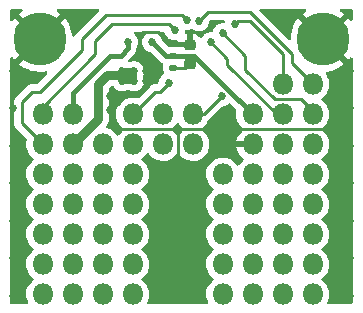
<source format=gbr>
%TF.GenerationSoftware,KiCad,Pcbnew,(6.0.0-0)*%
%TF.CreationDate,2023-03-06T17:41:45-05:00*%
%TF.ProjectId,module_dev1,6d6f6475-6c65-45f6-9465-76312e6b6963,rev?*%
%TF.SameCoordinates,Original*%
%TF.FileFunction,Copper,L1,Top*%
%TF.FilePolarity,Positive*%
%FSLAX46Y46*%
G04 Gerber Fmt 4.6, Leading zero omitted, Abs format (unit mm)*
G04 Created by KiCad (PCBNEW (6.0.0-0)) date 2023-03-06 17:41:45*
%MOMM*%
%LPD*%
G01*
G04 APERTURE LIST*
G04 Aperture macros list*
%AMRoundRect*
0 Rectangle with rounded corners*
0 $1 Rounding radius*
0 $2 $3 $4 $5 $6 $7 $8 $9 X,Y pos of 4 corners*
0 Add a 4 corners polygon primitive as box body*
4,1,4,$2,$3,$4,$5,$6,$7,$8,$9,$2,$3,0*
0 Add four circle primitives for the rounded corners*
1,1,$1+$1,$2,$3*
1,1,$1+$1,$4,$5*
1,1,$1+$1,$6,$7*
1,1,$1+$1,$8,$9*
0 Add four rect primitives between the rounded corners*
20,1,$1+$1,$2,$3,$4,$5,0*
20,1,$1+$1,$4,$5,$6,$7,0*
20,1,$1+$1,$6,$7,$8,$9,0*
20,1,$1+$1,$8,$9,$2,$3,0*%
G04 Aperture macros list end*
%TA.AperFunction,ComponentPad*%
%ADD10C,4.500000*%
%TD*%
%TA.AperFunction,ComponentPad*%
%ADD11O,1.800000X1.800000*%
%TD*%
%TA.AperFunction,SMDPad,CuDef*%
%ADD12RoundRect,0.135000X-0.185000X0.135000X-0.185000X-0.135000X0.185000X-0.135000X0.185000X0.135000X0*%
%TD*%
%TA.AperFunction,SMDPad,CuDef*%
%ADD13RoundRect,0.218750X-0.256250X0.218750X-0.256250X-0.218750X0.256250X-0.218750X0.256250X0.218750X0*%
%TD*%
%TA.AperFunction,ViaPad*%
%ADD14C,0.685800*%
%TD*%
%TA.AperFunction,Conductor*%
%ADD15C,0.254000*%
%TD*%
%TA.AperFunction,Conductor*%
%ADD16C,0.203200*%
%TD*%
%TA.AperFunction,Conductor*%
%ADD17C,0.508000*%
%TD*%
%TA.AperFunction,Conductor*%
%ADD18C,0.762000*%
%TD*%
%TA.AperFunction,Conductor*%
%ADD19C,0.381000*%
%TD*%
G04 APERTURE END LIST*
D10*
%TO.P,H1,1,1*%
%TO.N,GND*%
X95000000Y-64000000D03*
%TD*%
%TO.P,H2,1,1*%
%TO.N,GND*%
X119000000Y-64000000D03*
%TD*%
D11*
%TO.P,J11,1,Pin_1*%
%TO.N,Net-(J11-Pad1)*%
X110490000Y-75438000D03*
%TO.P,J11,2,Pin_2*%
X113030000Y-75438000D03*
%TO.P,J11,3,Pin_3*%
X115570000Y-75438000D03*
%TO.P,J11,4,Pin_4*%
X118110000Y-75438000D03*
%TD*%
%TO.P,J10,1,Pin_1*%
%TO.N,Net-(J10-Pad1)*%
X110490000Y-77978000D03*
%TO.P,J10,2,Pin_2*%
X113030000Y-77978000D03*
%TO.P,J10,3,Pin_3*%
X115570000Y-77978000D03*
%TO.P,J10,4,Pin_4*%
X118110000Y-77978000D03*
%TD*%
%TO.P,J9,1,Pin_1*%
%TO.N,Net-(J9-Pad1)*%
X110490000Y-80518000D03*
%TO.P,J9,2,Pin_2*%
X113030000Y-80518000D03*
%TO.P,J9,3,Pin_3*%
X115570000Y-80518000D03*
%TO.P,J9,4,Pin_4*%
X118110000Y-80518000D03*
%TD*%
%TO.P,J8,1,Pin_1*%
%TO.N,Net-(J8-Pad1)*%
X110490000Y-83058000D03*
%TO.P,J8,2,Pin_2*%
X113030000Y-83058000D03*
%TO.P,J8,3,Pin_3*%
X115570000Y-83058000D03*
%TO.P,J8,4,Pin_4*%
X118110000Y-83058000D03*
%TD*%
%TO.P,J7,1,Pin_1*%
%TO.N,Net-(J7-Pad1)*%
X110490000Y-85598000D03*
%TO.P,J7,2,Pin_2*%
X113030000Y-85598000D03*
%TO.P,J7,3,Pin_3*%
X115570000Y-85598000D03*
%TO.P,J7,4,Pin_4*%
X118110000Y-85598000D03*
%TD*%
%TO.P,J4,1,Pin_1*%
%TO.N,Net-(J4-Pad1)*%
X95250000Y-80518000D03*
%TO.P,J4,2,Pin_2*%
X97790000Y-80518000D03*
%TO.P,J4,3,Pin_3*%
X100330000Y-80518000D03*
%TO.P,J4,4,Pin_4*%
X102870000Y-80518000D03*
%TD*%
%TO.P,J3,1,Pin_1*%
%TO.N,Net-(J3-Pad1)*%
X95250000Y-83058000D03*
%TO.P,J3,2,Pin_2*%
X97790000Y-83058000D03*
%TO.P,J3,3,Pin_3*%
X100330000Y-83058000D03*
%TO.P,J3,4,Pin_4*%
X102870000Y-83058000D03*
%TD*%
%TO.P,J2,1,Pin_1*%
%TO.N,Net-(J2-Pad1)*%
X95250000Y-85598000D03*
%TO.P,J2,2,Pin_2*%
X97790000Y-85598000D03*
%TO.P,J2,3,Pin_3*%
X100330000Y-85598000D03*
%TO.P,J2,4,Pin_4*%
X102870000Y-85598000D03*
%TD*%
%TO.P,J5,1,Pin_1*%
%TO.N,Net-(J5-Pad1)*%
X95250000Y-77978000D03*
%TO.P,J5,2,Pin_2*%
X97790000Y-77978000D03*
%TO.P,J5,3,Pin_3*%
X100330000Y-77978000D03*
%TO.P,J5,4,Pin_4*%
X102870000Y-77978000D03*
%TD*%
%TO.P,J6,1,Pin_1*%
%TO.N,Net-(J6-Pad1)*%
X95250000Y-75438000D03*
%TO.P,J6,2,Pin_2*%
X97790000Y-75438000D03*
%TO.P,J6,3,Pin_3*%
X100330000Y-75438000D03*
%TO.P,J6,4,Pin_4*%
X102870000Y-75438000D03*
%TD*%
%TO.P,J24,1,Pin_1*%
%TO.N,/12V*%
X97790000Y-72898000D03*
%TD*%
%TO.P,J25,1,Pin_1*%
%TO.N,GND*%
X100330000Y-72898000D03*
%TD*%
%TO.P,J27,1,Pin_1*%
%TO.N,/A1*%
X95250000Y-70358000D03*
%TD*%
%TO.P,J28,1,Pin_1*%
%TO.N,/~{RST}*%
X102870000Y-70358000D03*
%TD*%
%TO.P,J29,1,Pin_1*%
%TO.N,/5V*%
X97790000Y-70358000D03*
%TD*%
%TO.P,J32,1,Pin_1*%
%TO.N,/EN*%
X102870000Y-72898000D03*
%TD*%
%TO.P,J13,1,Pin_1*%
%TO.N,/SDA*%
X115570000Y-72898000D03*
%TD*%
%TO.P,J14,1,Pin_1*%
%TO.N,/3V3*%
X113030000Y-70358000D03*
%TD*%
%TO.P,J15,1,Pin_1*%
%TO.N,GND*%
X113030000Y-72898000D03*
%TD*%
%TO.P,J16,1,Pin_1*%
%TO.N,/SCK*%
X105410000Y-70358000D03*
%TD*%
%TO.P,J18,1,Pin_1*%
%TO.N,/MISO*%
X105410000Y-72898000D03*
%TD*%
%TO.P,J19,1,Pin_1*%
%TO.N,/MOSI*%
X107950000Y-72898000D03*
%TD*%
%TO.P,J17,1,Pin_1*%
%TO.N,/CS*%
X107950000Y-70358000D03*
%TD*%
%TO.P,J22,1,Pin_1*%
%TO.N,/RX*%
X118110000Y-70358000D03*
%TD*%
%TO.P,J31,1,Pin_1*%
%TO.N,/Status*%
X118110000Y-67818000D03*
%TD*%
%TO.P,J26,1,Pin_1*%
%TO.N,/A0*%
X95250000Y-72898000D03*
%TD*%
%TO.P,J21,1,Pin_1*%
%TO.N,/TX*%
X115570000Y-70358000D03*
%TD*%
%TO.P,J30,1,Pin_1*%
%TO.N,/BAT*%
X115570000Y-67818000D03*
%TD*%
%TO.P,J12,1,Pin_1*%
%TO.N,/SCL*%
X118110000Y-72898000D03*
%TD*%
D12*
%TO.P,R1,1*%
%TO.N,/3V3*%
X106299000Y-65403000D03*
%TO.P,R1,2*%
%TO.N,Net-(R1-Pad2)*%
X106299000Y-66423000D03*
%TD*%
D13*
%TO.P,D1,1,K*%
%TO.N,GND*%
X107696000Y-64490500D03*
%TO.P,D1,2,A*%
%TO.N,Net-(R1-Pad2)*%
X107696000Y-66065500D03*
%TD*%
D14*
%TO.N,GND*%
X121285000Y-76200000D03*
X121285000Y-82550000D03*
X92710000Y-76200000D03*
X100965000Y-68834000D03*
X101600000Y-69342000D03*
X92710000Y-69850000D03*
X121285000Y-73025000D03*
X104013000Y-65786000D03*
X104013000Y-67564000D03*
X121285000Y-85725000D03*
X92710000Y-73025000D03*
X121285000Y-66675000D03*
X92710000Y-66675000D03*
X121285000Y-69850000D03*
X92710000Y-85725000D03*
X121285000Y-79375000D03*
X100965000Y-69977000D03*
X92710000Y-79375000D03*
X92710000Y-82550000D03*
X104013000Y-66675000D03*
%TO.N,/12V*%
X101999500Y-66720000D03*
X101981000Y-67564000D03*
X102996500Y-66720000D03*
X102997000Y-67564000D03*
%TO.N,/3V3*%
X104521000Y-64262000D03*
%TO.N,/~{RST}*%
X105918000Y-67691000D03*
%TO.N,/CS*%
X110399600Y-68834000D03*
%TO.N,/5V*%
X102489000Y-64262000D03*
%TO.N,/TX*%
X109474000Y-64262000D03*
%TO.N,/RX*%
X110490000Y-63500000D03*
%TO.N,/Status*%
X108458000Y-62484000D03*
%TO.N,/A0*%
X107442000Y-62357000D03*
%TO.N,/A1*%
X106426000Y-63246000D03*
%TO.N,/BAT*%
X111506000Y-62738000D03*
%TD*%
D15*
%TO.N,GND*%
X106680000Y-71882000D02*
X106426000Y-71628000D01*
X110998000Y-71628000D02*
X120269000Y-71628000D01*
X105029000Y-63373000D02*
X103759000Y-63373000D01*
X106426000Y-71628000D02*
X105918000Y-71628000D01*
X107696000Y-64490500D02*
X106146500Y-64490500D01*
X110744000Y-71628000D02*
X110998000Y-71628000D01*
X101600000Y-71628000D02*
X101346000Y-71374000D01*
X105918000Y-64262000D02*
X105029000Y-63373000D01*
X105918000Y-71628000D02*
X110998000Y-71628000D01*
X106146500Y-64490500D02*
X105918000Y-64262000D01*
X103759000Y-63373000D02*
X103505000Y-63627000D01*
X105918000Y-71628000D02*
X101600000Y-71628000D01*
D16*
X117500000Y-62500000D02*
X119000000Y-64000000D01*
D15*
X106680000Y-74549000D02*
X106680000Y-71882000D01*
D17*
%TO.N,/12V*%
X101999500Y-67545500D02*
X101981000Y-67564000D01*
X101999500Y-66720000D02*
X101999500Y-67545500D01*
X102843500Y-67564000D02*
X101999500Y-66720000D01*
X102997000Y-66720500D02*
X102996500Y-66720000D01*
D18*
X102489000Y-67056000D02*
X100711000Y-67056000D01*
X97790000Y-72898000D02*
X99949000Y-70739000D01*
D17*
X102997000Y-67564000D02*
X101981000Y-67564000D01*
X102489000Y-67056000D02*
X101981000Y-67564000D01*
X102996500Y-66720000D02*
X101999500Y-66720000D01*
D18*
X99949000Y-67818000D02*
X99949000Y-70739000D01*
X100711000Y-67056000D02*
X99949000Y-67818000D01*
D17*
X102997000Y-67564000D02*
X102997000Y-66720500D01*
X102825000Y-66720000D02*
X102489000Y-67056000D01*
X102996500Y-66720000D02*
X102825000Y-66720000D01*
X102997000Y-67564000D02*
X102843500Y-67564000D01*
D19*
%TO.N,/3V3*%
X105664000Y-65405000D02*
X108077000Y-65405000D01*
X108077000Y-65405000D02*
X110617000Y-67945000D01*
X104521000Y-64262000D02*
X105664000Y-65405000D01*
X110617000Y-67945000D02*
X113030000Y-70358000D01*
D15*
%TO.N,/~{RST}*%
X102870000Y-70358000D02*
X104775000Y-68453000D01*
X104775000Y-68453000D02*
X105156000Y-68453000D01*
X105156000Y-68453000D02*
X105918000Y-67691000D01*
%TO.N,/CS*%
X108875600Y-70358000D02*
X107950000Y-70358000D01*
X110399600Y-68834000D02*
X108875600Y-70358000D01*
D19*
%TO.N,/5V*%
X102489000Y-64770000D02*
X101854000Y-65405000D01*
X102489000Y-64262000D02*
X102489000Y-64770000D01*
X97790000Y-68580000D02*
X100965000Y-65405000D01*
X97790000Y-70358000D02*
X97790000Y-68580000D01*
X101854000Y-65405000D02*
X100965000Y-65405000D01*
D15*
%TO.N,/TX*%
X115570000Y-70358000D02*
X115062000Y-70358000D01*
X110871000Y-65659000D02*
X109474000Y-64262000D01*
X110871000Y-66167000D02*
X110871000Y-65659000D01*
X115062000Y-70358000D02*
X110871000Y-66167000D01*
%TO.N,/RX*%
X114900080Y-69088000D02*
X112395000Y-66582920D01*
X117094000Y-69088000D02*
X118110000Y-70104000D01*
X116955999Y-69088000D02*
X116967000Y-69088000D01*
X112395000Y-66582920D02*
X112395000Y-65405000D01*
X112395000Y-65405000D02*
X110490000Y-63500000D01*
X118110000Y-70104000D02*
X118110000Y-70358000D01*
X116955999Y-69088000D02*
X114900080Y-69088000D01*
X116955999Y-69088000D02*
X117094000Y-69088000D01*
%TO.N,/Status*%
X109220000Y-61722000D02*
X112776000Y-61722000D01*
X108458000Y-62484000D02*
X109220000Y-61722000D01*
X112776000Y-61722000D02*
X116332000Y-65278000D01*
X116332000Y-65278000D02*
X116332000Y-66040000D01*
X116332000Y-66040000D02*
X118110000Y-67818000D01*
%TO.N,/A0*%
X107442000Y-62357000D02*
X107061000Y-61976000D01*
X93472000Y-71120000D02*
X95250000Y-72898000D01*
X107061000Y-61976000D02*
X100584000Y-61976000D01*
X94361000Y-68453000D02*
X93472000Y-69342000D01*
X100584000Y-61976000D02*
X98552000Y-64008000D01*
X98552000Y-64897000D02*
X94996000Y-68453000D01*
X94996000Y-68453000D02*
X94361000Y-68453000D01*
X93472000Y-69342000D02*
X93472000Y-71120000D01*
X98552000Y-64008000D02*
X98552000Y-64897000D01*
%TO.N,/A1*%
X99695000Y-64135000D02*
X99695000Y-65278000D01*
X106426000Y-63246000D02*
X105918000Y-62738000D01*
X101092000Y-62738000D02*
X99695000Y-64135000D01*
X99695000Y-65278000D02*
X95250000Y-69723000D01*
X95250000Y-69723000D02*
X95250000Y-70358000D01*
X105918000Y-62738000D02*
X101092000Y-62738000D01*
%TO.N,/BAT*%
X111760000Y-62484000D02*
X112776000Y-62484000D01*
X115570000Y-65278000D02*
X112776000Y-62484000D01*
X111506000Y-62738000D02*
X111760000Y-62484000D01*
X115570000Y-67818000D02*
X115570000Y-65278000D01*
%TO.N,Net-(R1-Pad2)*%
X106299000Y-66423000D02*
X107338500Y-66423000D01*
X107338500Y-66423000D02*
X107696000Y-66065500D01*
%TD*%
%TA.AperFunction,Conductor*%
%TO.N,GND*%
G36*
X117508556Y-61466002D02*
G01*
X117555049Y-61519658D01*
X117565153Y-61589932D01*
X117535659Y-61654512D01*
X117504858Y-61680285D01*
X117450196Y-61712805D01*
X117443945Y-61717053D01*
X117250733Y-61866115D01*
X117242267Y-61877773D01*
X117248871Y-61889661D01*
X118987188Y-63627978D01*
X119001132Y-63635592D01*
X119002965Y-63635461D01*
X119009580Y-63631210D01*
X120750162Y-61890628D01*
X120757174Y-61877787D01*
X120749379Y-61867098D01*
X120579886Y-61733481D01*
X120573663Y-61729156D01*
X120492326Y-61679605D01*
X120444557Y-61627082D01*
X120432767Y-61557071D01*
X120460699Y-61491800D01*
X120519485Y-61451992D01*
X120557879Y-61446000D01*
X121361000Y-61446000D01*
X121429121Y-61466002D01*
X121475614Y-61519658D01*
X121487000Y-61572000D01*
X121487000Y-62337698D01*
X121466998Y-62405819D01*
X121413342Y-62452312D01*
X121343068Y-62462416D01*
X121278488Y-62432922D01*
X121261643Y-62415184D01*
X121133617Y-62251022D01*
X121121823Y-62242551D01*
X121110113Y-62249097D01*
X119372022Y-63987188D01*
X119364408Y-64001132D01*
X119364539Y-64002965D01*
X119368790Y-64009580D01*
X121108825Y-65749615D01*
X121121948Y-65756781D01*
X121132250Y-65749391D01*
X121241429Y-65615285D01*
X121245838Y-65609149D01*
X121254437Y-65595520D01*
X121307703Y-65548581D01*
X121377891Y-65537891D01*
X121442715Y-65566844D01*
X121481596Y-65626248D01*
X121487000Y-65662754D01*
X121487000Y-86304000D01*
X121466998Y-86372121D01*
X121413342Y-86418614D01*
X121361000Y-86430000D01*
X119472838Y-86430000D01*
X119404717Y-86409998D01*
X119358224Y-86356342D01*
X119348120Y-86286068D01*
X119359881Y-86248173D01*
X119366275Y-86235237D01*
X119424078Y-86118280D01*
X119491408Y-85896671D01*
X119521640Y-85667041D01*
X119523327Y-85598000D01*
X119517032Y-85521434D01*
X119504773Y-85372318D01*
X119504772Y-85372312D01*
X119504349Y-85367167D01*
X119447925Y-85142533D01*
X119445866Y-85137797D01*
X119357630Y-84934868D01*
X119357628Y-84934865D01*
X119355570Y-84930131D01*
X119229764Y-84735665D01*
X119073887Y-84564358D01*
X119069836Y-84561159D01*
X119069832Y-84561155D01*
X118897077Y-84424722D01*
X118856014Y-84366805D01*
X118852782Y-84295882D01*
X118888407Y-84234470D01*
X118902001Y-84223261D01*
X118905872Y-84220500D01*
X119022243Y-84137494D01*
X119186303Y-83974005D01*
X119321458Y-83785917D01*
X119368641Y-83690450D01*
X119421784Y-83582922D01*
X119421785Y-83582920D01*
X119424078Y-83578280D01*
X119491408Y-83356671D01*
X119521640Y-83127041D01*
X119523327Y-83058000D01*
X119517032Y-82981434D01*
X119504773Y-82832318D01*
X119504772Y-82832312D01*
X119504349Y-82827167D01*
X119447925Y-82602533D01*
X119445866Y-82597797D01*
X119357630Y-82394868D01*
X119357628Y-82394865D01*
X119355570Y-82390131D01*
X119229764Y-82195665D01*
X119073887Y-82024358D01*
X119069836Y-82021159D01*
X119069832Y-82021155D01*
X118897077Y-81884722D01*
X118856014Y-81826805D01*
X118852782Y-81755882D01*
X118888407Y-81694470D01*
X118902001Y-81683261D01*
X118905872Y-81680500D01*
X119022243Y-81597494D01*
X119186303Y-81434005D01*
X119321458Y-81245917D01*
X119368641Y-81150450D01*
X119421784Y-81042922D01*
X119421785Y-81042920D01*
X119424078Y-81038280D01*
X119491408Y-80816671D01*
X119521640Y-80587041D01*
X119523327Y-80518000D01*
X119517032Y-80441434D01*
X119504773Y-80292318D01*
X119504772Y-80292312D01*
X119504349Y-80287167D01*
X119447925Y-80062533D01*
X119445866Y-80057797D01*
X119357630Y-79854868D01*
X119357628Y-79854865D01*
X119355570Y-79850131D01*
X119229764Y-79655665D01*
X119073887Y-79484358D01*
X119069836Y-79481159D01*
X119069832Y-79481155D01*
X118897077Y-79344722D01*
X118856014Y-79286805D01*
X118852782Y-79215882D01*
X118888407Y-79154470D01*
X118902001Y-79143261D01*
X118905872Y-79140500D01*
X119022243Y-79057494D01*
X119186303Y-78894005D01*
X119321458Y-78705917D01*
X119368641Y-78610450D01*
X119421784Y-78502922D01*
X119421785Y-78502920D01*
X119424078Y-78498280D01*
X119491408Y-78276671D01*
X119521640Y-78047041D01*
X119523327Y-77978000D01*
X119517032Y-77901434D01*
X119504773Y-77752318D01*
X119504772Y-77752312D01*
X119504349Y-77747167D01*
X119447925Y-77522533D01*
X119445866Y-77517797D01*
X119357630Y-77314868D01*
X119357628Y-77314865D01*
X119355570Y-77310131D01*
X119229764Y-77115665D01*
X119073887Y-76944358D01*
X119069836Y-76941159D01*
X119069832Y-76941155D01*
X118897077Y-76804722D01*
X118856014Y-76746805D01*
X118852782Y-76675882D01*
X118888407Y-76614470D01*
X118902001Y-76603261D01*
X118905872Y-76600500D01*
X119022243Y-76517494D01*
X119186303Y-76354005D01*
X119321458Y-76165917D01*
X119368641Y-76070450D01*
X119421784Y-75962922D01*
X119421785Y-75962920D01*
X119424078Y-75958280D01*
X119491408Y-75736671D01*
X119521640Y-75507041D01*
X119523327Y-75438000D01*
X119517032Y-75361434D01*
X119504773Y-75212318D01*
X119504772Y-75212312D01*
X119504349Y-75207167D01*
X119447925Y-74982533D01*
X119445866Y-74977797D01*
X119357630Y-74774868D01*
X119357628Y-74774865D01*
X119355570Y-74770131D01*
X119229764Y-74575665D01*
X119073887Y-74404358D01*
X119069836Y-74401159D01*
X119069832Y-74401155D01*
X118897077Y-74264722D01*
X118856014Y-74206805D01*
X118852782Y-74135882D01*
X118888407Y-74074470D01*
X118902001Y-74063261D01*
X118902157Y-74063150D01*
X119022243Y-73977494D01*
X119186303Y-73814005D01*
X119321458Y-73625917D01*
X119368641Y-73530450D01*
X119421784Y-73422922D01*
X119421785Y-73422920D01*
X119424078Y-73418280D01*
X119491408Y-73196671D01*
X119521640Y-72967041D01*
X119523327Y-72898000D01*
X119517032Y-72821434D01*
X119504773Y-72672318D01*
X119504772Y-72672312D01*
X119504349Y-72667167D01*
X119469403Y-72528039D01*
X119449184Y-72447544D01*
X119449183Y-72447540D01*
X119447925Y-72442533D01*
X119431805Y-72405459D01*
X119357630Y-72234868D01*
X119357628Y-72234865D01*
X119355570Y-72230131D01*
X119229764Y-72035665D01*
X119073887Y-71864358D01*
X119069836Y-71861159D01*
X119069832Y-71861155D01*
X118897077Y-71724722D01*
X118856014Y-71666805D01*
X118852782Y-71595882D01*
X118888407Y-71534470D01*
X118902001Y-71523261D01*
X119022243Y-71437494D01*
X119186303Y-71274005D01*
X119204076Y-71249272D01*
X119261099Y-71169915D01*
X119321458Y-71085917D01*
X119337654Y-71053148D01*
X119421784Y-70882922D01*
X119421785Y-70882920D01*
X119424078Y-70878280D01*
X119491408Y-70656671D01*
X119521640Y-70427041D01*
X119523327Y-70358000D01*
X119517032Y-70281434D01*
X119504773Y-70132318D01*
X119504772Y-70132312D01*
X119504349Y-70127167D01*
X119447925Y-69902533D01*
X119445866Y-69897797D01*
X119357630Y-69694868D01*
X119357628Y-69694865D01*
X119355570Y-69690131D01*
X119229764Y-69495665D01*
X119204949Y-69468393D01*
X119119818Y-69374836D01*
X119073887Y-69324358D01*
X119069836Y-69321159D01*
X119069832Y-69321155D01*
X118897077Y-69184722D01*
X118856014Y-69126805D01*
X118852782Y-69055882D01*
X118888407Y-68994470D01*
X118902001Y-68983261D01*
X118918149Y-68971743D01*
X119022243Y-68897494D01*
X119186303Y-68734005D01*
X119321458Y-68545917D01*
X119323875Y-68541028D01*
X119421784Y-68342922D01*
X119421785Y-68342920D01*
X119424078Y-68338280D01*
X119491408Y-68116671D01*
X119521640Y-67887041D01*
X119522081Y-67868991D01*
X119523245Y-67821365D01*
X119523245Y-67821361D01*
X119523327Y-67818000D01*
X119516538Y-67735427D01*
X119504773Y-67592318D01*
X119504772Y-67592312D01*
X119504349Y-67587167D01*
X119452245Y-67379730D01*
X119449184Y-67367544D01*
X119449183Y-67367540D01*
X119447925Y-67362533D01*
X119445734Y-67357494D01*
X119357630Y-67154868D01*
X119357628Y-67154865D01*
X119355570Y-67150131D01*
X119229764Y-66955665D01*
X119226282Y-66951838D01*
X119223129Y-66947744D01*
X119224899Y-66946381D01*
X119197983Y-66890964D01*
X119206414Y-66820470D01*
X119251620Y-66765725D01*
X119301551Y-66745785D01*
X119613115Y-66693926D01*
X119620479Y-66692240D01*
X119932315Y-66600757D01*
X119939424Y-66598198D01*
X120238003Y-66469919D01*
X120244770Y-66466515D01*
X120525764Y-66303301D01*
X120532071Y-66299111D01*
X120750005Y-66134588D01*
X120758461Y-66123197D01*
X120751743Y-66110953D01*
X116890864Y-62250074D01*
X116877929Y-62243011D01*
X116867367Y-62250671D01*
X116741785Y-62408268D01*
X116737428Y-62414467D01*
X116566913Y-62691094D01*
X116563333Y-62697770D01*
X116427287Y-62992878D01*
X116424537Y-62999929D01*
X116324927Y-63309251D01*
X116323044Y-63316584D01*
X116261316Y-63635632D01*
X116260329Y-63643132D01*
X116237378Y-63967277D01*
X116237259Y-63978652D01*
X116236208Y-63978641D01*
X116220682Y-64043261D01*
X116169407Y-64092367D01*
X116099723Y-64105957D01*
X116033754Y-64079715D01*
X116022329Y-64069596D01*
X113613828Y-61661095D01*
X113579802Y-61598783D01*
X113584867Y-61527968D01*
X113627414Y-61471132D01*
X113693934Y-61446321D01*
X113702923Y-61446000D01*
X117440435Y-61446000D01*
X117508556Y-61466002D01*
G37*
%TD.AperFunction*%
%TA.AperFunction,Conductor*%
G36*
X111112910Y-69441897D02*
G01*
X111151858Y-69468393D01*
X111619042Y-69935577D01*
X111653068Y-69997889D01*
X111651365Y-70058342D01*
X111641707Y-70093169D01*
X111617095Y-70323469D01*
X111617392Y-70328622D01*
X111617392Y-70328625D01*
X111623067Y-70427041D01*
X111630427Y-70554697D01*
X111631564Y-70559743D01*
X111631565Y-70559749D01*
X111656185Y-70668993D01*
X111681346Y-70780642D01*
X111683288Y-70785424D01*
X111683289Y-70785428D01*
X111739946Y-70924956D01*
X111768484Y-70995237D01*
X111889501Y-71192719D01*
X112041147Y-71367784D01*
X112219349Y-71515730D01*
X112223816Y-71518340D01*
X112227974Y-71520770D01*
X112276698Y-71572408D01*
X112289769Y-71642191D01*
X112263038Y-71707963D01*
X112240057Y-71730318D01*
X112096123Y-71838386D01*
X112088416Y-71845229D01*
X111935600Y-72005143D01*
X111929113Y-72013153D01*
X111804474Y-72195867D01*
X111799376Y-72204841D01*
X111706252Y-72405459D01*
X111702689Y-72415146D01*
X111643581Y-72628279D01*
X111643484Y-72628788D01*
X111645625Y-72640609D01*
X111658001Y-72644000D01*
X113158000Y-72644000D01*
X113226121Y-72664002D01*
X113272614Y-72717658D01*
X113284000Y-72770000D01*
X113284000Y-73026000D01*
X113263998Y-73094121D01*
X113210342Y-73140614D01*
X113158000Y-73152000D01*
X111661968Y-73152000D01*
X111648437Y-73155973D01*
X111647000Y-73165966D01*
X111680685Y-73315439D01*
X111683773Y-73325292D01*
X111766989Y-73530226D01*
X111771629Y-73539413D01*
X111887208Y-73728022D01*
X111893286Y-73736326D01*
X112038113Y-73903519D01*
X112045475Y-73910728D01*
X112215660Y-74052018D01*
X112224099Y-74057927D01*
X112227936Y-74060169D01*
X112276662Y-74111805D01*
X112289736Y-74181587D01*
X112263007Y-74247360D01*
X112240023Y-74269719D01*
X112227721Y-74278956D01*
X112091655Y-74381117D01*
X111931639Y-74548564D01*
X111864306Y-74647271D01*
X111809397Y-74692271D01*
X111738872Y-74700442D01*
X111675125Y-74669188D01*
X111654428Y-74644705D01*
X111612571Y-74580004D01*
X111609764Y-74575665D01*
X111453887Y-74404358D01*
X111449836Y-74401159D01*
X111449832Y-74401155D01*
X111276177Y-74264011D01*
X111276172Y-74264008D01*
X111272123Y-74260810D01*
X111267607Y-74258317D01*
X111267604Y-74258315D01*
X111073879Y-74151373D01*
X111073875Y-74151371D01*
X111069355Y-74148876D01*
X111064486Y-74147152D01*
X111064482Y-74147150D01*
X110855903Y-74073288D01*
X110855899Y-74073287D01*
X110851028Y-74071562D01*
X110845935Y-74070655D01*
X110845932Y-74070654D01*
X110628095Y-74031851D01*
X110628089Y-74031850D01*
X110623006Y-74030945D01*
X110550096Y-74030054D01*
X110396581Y-74028179D01*
X110396579Y-74028179D01*
X110391411Y-74028116D01*
X110162464Y-74063150D01*
X109942314Y-74135106D01*
X109937726Y-74137494D01*
X109937722Y-74137496D01*
X109741461Y-74239663D01*
X109736872Y-74242052D01*
X109732739Y-74245155D01*
X109732736Y-74245157D01*
X109657596Y-74301574D01*
X109551655Y-74381117D01*
X109391639Y-74548564D01*
X109388730Y-74552829D01*
X109388724Y-74552837D01*
X109373152Y-74575665D01*
X109261119Y-74739899D01*
X109163602Y-74949981D01*
X109101707Y-75173169D01*
X109077095Y-75403469D01*
X109077392Y-75408622D01*
X109077392Y-75408625D01*
X109083067Y-75507041D01*
X109090427Y-75634697D01*
X109091564Y-75639743D01*
X109091565Y-75639749D01*
X109123741Y-75782523D01*
X109141346Y-75860642D01*
X109143288Y-75865424D01*
X109143289Y-75865428D01*
X109218467Y-76050568D01*
X109228484Y-76075237D01*
X109349501Y-76272719D01*
X109501147Y-76447784D01*
X109679349Y-76595730D01*
X109683819Y-76598342D01*
X109687511Y-76600500D01*
X109736232Y-76652140D01*
X109749301Y-76721924D01*
X109722566Y-76787694D01*
X109699589Y-76810045D01*
X109551655Y-76921117D01*
X109391639Y-77088564D01*
X109388730Y-77092829D01*
X109388724Y-77092837D01*
X109373152Y-77115665D01*
X109261119Y-77279899D01*
X109163602Y-77489981D01*
X109101707Y-77713169D01*
X109077095Y-77943469D01*
X109077392Y-77948622D01*
X109077392Y-77948625D01*
X109083067Y-78047041D01*
X109090427Y-78174697D01*
X109091564Y-78179743D01*
X109091565Y-78179749D01*
X109123741Y-78322523D01*
X109141346Y-78400642D01*
X109143288Y-78405424D01*
X109143289Y-78405428D01*
X109218467Y-78590568D01*
X109228484Y-78615237D01*
X109349501Y-78812719D01*
X109501147Y-78987784D01*
X109679349Y-79135730D01*
X109683819Y-79138342D01*
X109687511Y-79140500D01*
X109736232Y-79192140D01*
X109749301Y-79261924D01*
X109722566Y-79327694D01*
X109699589Y-79350045D01*
X109551655Y-79461117D01*
X109391639Y-79628564D01*
X109388730Y-79632829D01*
X109388724Y-79632837D01*
X109373152Y-79655665D01*
X109261119Y-79819899D01*
X109163602Y-80029981D01*
X109101707Y-80253169D01*
X109077095Y-80483469D01*
X109077392Y-80488622D01*
X109077392Y-80488625D01*
X109083067Y-80587041D01*
X109090427Y-80714697D01*
X109091564Y-80719743D01*
X109091565Y-80719749D01*
X109123741Y-80862523D01*
X109141346Y-80940642D01*
X109143288Y-80945424D01*
X109143289Y-80945428D01*
X109218467Y-81130568D01*
X109228484Y-81155237D01*
X109349501Y-81352719D01*
X109501147Y-81527784D01*
X109679349Y-81675730D01*
X109683819Y-81678342D01*
X109687511Y-81680500D01*
X109736232Y-81732140D01*
X109749301Y-81801924D01*
X109722566Y-81867694D01*
X109699589Y-81890045D01*
X109551655Y-82001117D01*
X109391639Y-82168564D01*
X109388730Y-82172829D01*
X109388724Y-82172837D01*
X109373152Y-82195665D01*
X109261119Y-82359899D01*
X109163602Y-82569981D01*
X109101707Y-82793169D01*
X109077095Y-83023469D01*
X109077392Y-83028622D01*
X109077392Y-83028625D01*
X109083067Y-83127041D01*
X109090427Y-83254697D01*
X109091564Y-83259743D01*
X109091565Y-83259749D01*
X109123741Y-83402523D01*
X109141346Y-83480642D01*
X109143288Y-83485424D01*
X109143289Y-83485428D01*
X109218467Y-83670568D01*
X109228484Y-83695237D01*
X109349501Y-83892719D01*
X109501147Y-84067784D01*
X109679349Y-84215730D01*
X109683819Y-84218342D01*
X109687511Y-84220500D01*
X109736232Y-84272140D01*
X109749301Y-84341924D01*
X109722566Y-84407694D01*
X109699589Y-84430045D01*
X109551655Y-84541117D01*
X109391639Y-84708564D01*
X109388730Y-84712829D01*
X109388724Y-84712837D01*
X109373152Y-84735665D01*
X109261119Y-84899899D01*
X109163602Y-85109981D01*
X109101707Y-85333169D01*
X109077095Y-85563469D01*
X109077392Y-85568622D01*
X109077392Y-85568625D01*
X109083067Y-85667041D01*
X109090427Y-85794697D01*
X109091564Y-85799743D01*
X109091565Y-85799749D01*
X109123741Y-85942523D01*
X109141346Y-86020642D01*
X109143288Y-86025424D01*
X109143289Y-86025428D01*
X109218467Y-86210568D01*
X109228484Y-86235237D01*
X109231183Y-86239641D01*
X109233517Y-86244262D01*
X109232120Y-86244968D01*
X109248816Y-86306707D01*
X109227355Y-86374383D01*
X109172712Y-86419712D01*
X109122845Y-86430000D01*
X104232838Y-86430000D01*
X104164717Y-86409998D01*
X104118224Y-86356342D01*
X104108120Y-86286068D01*
X104119881Y-86248173D01*
X104126275Y-86235237D01*
X104184078Y-86118280D01*
X104251408Y-85896671D01*
X104281640Y-85667041D01*
X104283327Y-85598000D01*
X104277032Y-85521434D01*
X104264773Y-85372318D01*
X104264772Y-85372312D01*
X104264349Y-85367167D01*
X104207925Y-85142533D01*
X104205866Y-85137797D01*
X104117630Y-84934868D01*
X104117628Y-84934865D01*
X104115570Y-84930131D01*
X103989764Y-84735665D01*
X103833887Y-84564358D01*
X103829836Y-84561159D01*
X103829832Y-84561155D01*
X103657077Y-84424722D01*
X103616014Y-84366805D01*
X103612782Y-84295882D01*
X103648407Y-84234470D01*
X103662001Y-84223261D01*
X103665872Y-84220500D01*
X103782243Y-84137494D01*
X103946303Y-83974005D01*
X104081458Y-83785917D01*
X104128641Y-83690450D01*
X104181784Y-83582922D01*
X104181785Y-83582920D01*
X104184078Y-83578280D01*
X104251408Y-83356671D01*
X104281640Y-83127041D01*
X104283327Y-83058000D01*
X104277032Y-82981434D01*
X104264773Y-82832318D01*
X104264772Y-82832312D01*
X104264349Y-82827167D01*
X104207925Y-82602533D01*
X104205866Y-82597797D01*
X104117630Y-82394868D01*
X104117628Y-82394865D01*
X104115570Y-82390131D01*
X103989764Y-82195665D01*
X103833887Y-82024358D01*
X103829836Y-82021159D01*
X103829832Y-82021155D01*
X103657077Y-81884722D01*
X103616014Y-81826805D01*
X103612782Y-81755882D01*
X103648407Y-81694470D01*
X103662001Y-81683261D01*
X103665872Y-81680500D01*
X103782243Y-81597494D01*
X103946303Y-81434005D01*
X104081458Y-81245917D01*
X104128641Y-81150450D01*
X104181784Y-81042922D01*
X104181785Y-81042920D01*
X104184078Y-81038280D01*
X104251408Y-80816671D01*
X104281640Y-80587041D01*
X104283327Y-80518000D01*
X104277032Y-80441434D01*
X104264773Y-80292318D01*
X104264772Y-80292312D01*
X104264349Y-80287167D01*
X104207925Y-80062533D01*
X104205866Y-80057797D01*
X104117630Y-79854868D01*
X104117628Y-79854865D01*
X104115570Y-79850131D01*
X103989764Y-79655665D01*
X103833887Y-79484358D01*
X103829836Y-79481159D01*
X103829832Y-79481155D01*
X103657077Y-79344722D01*
X103616014Y-79286805D01*
X103612782Y-79215882D01*
X103648407Y-79154470D01*
X103662001Y-79143261D01*
X103665872Y-79140500D01*
X103782243Y-79057494D01*
X103946303Y-78894005D01*
X104081458Y-78705917D01*
X104128641Y-78610450D01*
X104181784Y-78502922D01*
X104181785Y-78502920D01*
X104184078Y-78498280D01*
X104251408Y-78276671D01*
X104281640Y-78047041D01*
X104283327Y-77978000D01*
X104277032Y-77901434D01*
X104264773Y-77752318D01*
X104264772Y-77752312D01*
X104264349Y-77747167D01*
X104207925Y-77522533D01*
X104205866Y-77517797D01*
X104117630Y-77314868D01*
X104117628Y-77314865D01*
X104115570Y-77310131D01*
X103989764Y-77115665D01*
X103833887Y-76944358D01*
X103829836Y-76941159D01*
X103829832Y-76941155D01*
X103657077Y-76804722D01*
X103616014Y-76746805D01*
X103612782Y-76675882D01*
X103648407Y-76614470D01*
X103662001Y-76603261D01*
X103665872Y-76600500D01*
X103782243Y-76517494D01*
X103946303Y-76354005D01*
X104081458Y-76165917D01*
X104128641Y-76070450D01*
X104181784Y-75962922D01*
X104181785Y-75962920D01*
X104184078Y-75958280D01*
X104251408Y-75736671D01*
X104281640Y-75507041D01*
X104283327Y-75438000D01*
X104277032Y-75361434D01*
X104264773Y-75212318D01*
X104264772Y-75212312D01*
X104264349Y-75207167D01*
X104207925Y-74982533D01*
X104205866Y-74977797D01*
X104117630Y-74774868D01*
X104117628Y-74774865D01*
X104115570Y-74770131D01*
X103989764Y-74575665D01*
X103833887Y-74404358D01*
X103829836Y-74401159D01*
X103829832Y-74401155D01*
X103657077Y-74264722D01*
X103616014Y-74206805D01*
X103612782Y-74135882D01*
X103648407Y-74074470D01*
X103662001Y-74063261D01*
X103662157Y-74063150D01*
X103782243Y-73977494D01*
X103946303Y-73814005D01*
X103949319Y-73809808D01*
X103949326Y-73809800D01*
X104036960Y-73687844D01*
X104092954Y-73644196D01*
X104163658Y-73637750D01*
X104226622Y-73670553D01*
X104246715Y-73695536D01*
X104266800Y-73728313D01*
X104266804Y-73728318D01*
X104269501Y-73732719D01*
X104421147Y-73907784D01*
X104599349Y-74055730D01*
X104799322Y-74172584D01*
X105015694Y-74255209D01*
X105020760Y-74256240D01*
X105020761Y-74256240D01*
X105058957Y-74264011D01*
X105242656Y-74301385D01*
X105373324Y-74306176D01*
X105468949Y-74309683D01*
X105468953Y-74309683D01*
X105474113Y-74309872D01*
X105479233Y-74309216D01*
X105479235Y-74309216D01*
X105552270Y-74299860D01*
X105703847Y-74280442D01*
X105708795Y-74278957D01*
X105708802Y-74278956D01*
X105920747Y-74215369D01*
X105925690Y-74213886D01*
X105930324Y-74211616D01*
X106129049Y-74114262D01*
X106129052Y-74114260D01*
X106133684Y-74111991D01*
X106322243Y-73977494D01*
X106486303Y-73814005D01*
X106489319Y-73809808D01*
X106489326Y-73809800D01*
X106576960Y-73687844D01*
X106632954Y-73644196D01*
X106703658Y-73637750D01*
X106766622Y-73670553D01*
X106786715Y-73695536D01*
X106806800Y-73728313D01*
X106806804Y-73728318D01*
X106809501Y-73732719D01*
X106961147Y-73907784D01*
X107139349Y-74055730D01*
X107339322Y-74172584D01*
X107555694Y-74255209D01*
X107560760Y-74256240D01*
X107560761Y-74256240D01*
X107598957Y-74264011D01*
X107782656Y-74301385D01*
X107913324Y-74306176D01*
X108008949Y-74309683D01*
X108008953Y-74309683D01*
X108014113Y-74309872D01*
X108019233Y-74309216D01*
X108019235Y-74309216D01*
X108092270Y-74299860D01*
X108243847Y-74280442D01*
X108248795Y-74278957D01*
X108248802Y-74278956D01*
X108460747Y-74215369D01*
X108465690Y-74213886D01*
X108470324Y-74211616D01*
X108669049Y-74114262D01*
X108669052Y-74114260D01*
X108673684Y-74111991D01*
X108862243Y-73977494D01*
X109026303Y-73814005D01*
X109161458Y-73625917D01*
X109208641Y-73530450D01*
X109261784Y-73422922D01*
X109261785Y-73422920D01*
X109264078Y-73418280D01*
X109331408Y-73196671D01*
X109361640Y-72967041D01*
X109363327Y-72898000D01*
X109357032Y-72821434D01*
X109344773Y-72672318D01*
X109344772Y-72672312D01*
X109344349Y-72667167D01*
X109309403Y-72528039D01*
X109289184Y-72447544D01*
X109289183Y-72447540D01*
X109287925Y-72442533D01*
X109271805Y-72405459D01*
X109197630Y-72234868D01*
X109197628Y-72234865D01*
X109195570Y-72230131D01*
X109069764Y-72035665D01*
X108913887Y-71864358D01*
X108909836Y-71861159D01*
X108909832Y-71861155D01*
X108737077Y-71724722D01*
X108696014Y-71666805D01*
X108692782Y-71595882D01*
X108728407Y-71534470D01*
X108742001Y-71523261D01*
X108862243Y-71437494D01*
X109026303Y-71274005D01*
X109044076Y-71249272D01*
X109101099Y-71169915D01*
X109161458Y-71085917D01*
X109263428Y-70879596D01*
X109302324Y-70833488D01*
X109314087Y-70824942D01*
X109342378Y-70790744D01*
X109350367Y-70781965D01*
X110411206Y-69721126D01*
X110473518Y-69687100D01*
X110484094Y-69685400D01*
X110489086Y-69685400D01*
X110664146Y-69648190D01*
X110670177Y-69645505D01*
X110821615Y-69578081D01*
X110821617Y-69578080D01*
X110827645Y-69575396D01*
X110842360Y-69564705D01*
X110967092Y-69474082D01*
X110967094Y-69474080D01*
X110972436Y-69470199D01*
X110976859Y-69465287D01*
X110978449Y-69463855D01*
X111042456Y-69433135D01*
X111112910Y-69441897D01*
G37*
%TD.AperFunction*%
%TA.AperFunction,Conductor*%
G36*
X93508556Y-61466002D02*
G01*
X93555049Y-61519658D01*
X93565153Y-61589932D01*
X93535659Y-61654512D01*
X93504858Y-61680285D01*
X93450196Y-61712805D01*
X93443945Y-61717053D01*
X93250733Y-61866115D01*
X93242267Y-61877773D01*
X93248871Y-61889661D01*
X94987188Y-63627978D01*
X95001132Y-63635592D01*
X95002965Y-63635461D01*
X95009580Y-63631210D01*
X96750162Y-61890628D01*
X96757174Y-61877787D01*
X96749379Y-61867098D01*
X96579886Y-61733481D01*
X96573663Y-61729156D01*
X96492326Y-61679605D01*
X96444557Y-61627082D01*
X96432767Y-61557071D01*
X96460699Y-61491800D01*
X96519485Y-61451992D01*
X96557879Y-61446000D01*
X99911078Y-61446000D01*
X99979199Y-61466002D01*
X100025692Y-61519658D01*
X100035796Y-61589932D01*
X100006302Y-61654512D01*
X100000174Y-61661094D01*
X99049973Y-62611294D01*
X98158517Y-63502750D01*
X98150191Y-63510326D01*
X98143697Y-63514447D01*
X98138274Y-63520222D01*
X98096915Y-63564265D01*
X98094160Y-63567107D01*
X98074361Y-63586906D01*
X98071937Y-63590031D01*
X98071929Y-63590040D01*
X98071863Y-63590126D01*
X98064155Y-63599151D01*
X98033783Y-63631494D01*
X98029965Y-63638438D01*
X98029964Y-63638440D01*
X98023978Y-63649329D01*
X98013127Y-63665847D01*
X98000650Y-63681933D01*
X97991663Y-63702702D01*
X97984908Y-63718311D01*
X97939497Y-63772886D01*
X97871790Y-63794246D01*
X97803283Y-63775610D01*
X97755727Y-63722894D01*
X97743499Y-63675853D01*
X97743257Y-63671835D01*
X97742349Y-63664333D01*
X97683967Y-63344663D01*
X97682154Y-63337284D01*
X97585797Y-63026966D01*
X97583116Y-63019869D01*
X97450172Y-62723363D01*
X97446655Y-62716636D01*
X97279054Y-62438252D01*
X97274757Y-62431999D01*
X97133617Y-62251022D01*
X97121823Y-62242551D01*
X97110113Y-62249097D01*
X93250257Y-66108953D01*
X93243142Y-66121982D01*
X93250668Y-66132415D01*
X93396463Y-66249848D01*
X93402648Y-66254244D01*
X93678363Y-66426195D01*
X93685034Y-66429817D01*
X93979414Y-66567402D01*
X93986468Y-66570195D01*
X94295257Y-66671420D01*
X94302570Y-66673339D01*
X94621298Y-66736738D01*
X94628789Y-66737764D01*
X94952823Y-66762413D01*
X94960386Y-66762531D01*
X95285021Y-66748074D01*
X95292562Y-66747282D01*
X95517209Y-66709890D01*
X95587690Y-66718436D01*
X95642361Y-66763730D01*
X95663866Y-66831391D01*
X95645377Y-66899938D01*
X95626992Y-66923275D01*
X94769672Y-67780595D01*
X94707360Y-67814621D01*
X94680577Y-67817500D01*
X94440032Y-67817500D01*
X94428793Y-67816970D01*
X94421281Y-67815291D01*
X94413356Y-67815540D01*
X94413355Y-67815540D01*
X94352970Y-67817438D01*
X94349012Y-67817500D01*
X94321017Y-67817500D01*
X94317083Y-67817997D01*
X94317081Y-67817997D01*
X94316994Y-67818008D01*
X94305160Y-67818940D01*
X94260795Y-67820335D01*
X94253182Y-67822547D01*
X94253181Y-67822547D01*
X94241252Y-67826013D01*
X94221888Y-67830023D01*
X94209560Y-67831580D01*
X94209558Y-67831580D01*
X94201701Y-67832573D01*
X94194337Y-67835489D01*
X94194332Y-67835490D01*
X94160444Y-67848907D01*
X94149215Y-67852752D01*
X94132535Y-67857598D01*
X94106607Y-67865131D01*
X94099780Y-67869169D01*
X94099777Y-67869170D01*
X94089094Y-67875488D01*
X94071336Y-67884188D01*
X94059785Y-67888761D01*
X94059779Y-67888765D01*
X94052412Y-67891681D01*
X94046001Y-67896339D01*
X94045999Y-67896340D01*
X94016512Y-67917764D01*
X94006590Y-67924281D01*
X93975232Y-67942826D01*
X93975228Y-67942829D01*
X93968402Y-67946866D01*
X93954018Y-67961250D01*
X93938984Y-67974091D01*
X93922513Y-67986058D01*
X93895870Y-68018264D01*
X93894227Y-68020250D01*
X93886237Y-68029031D01*
X93078512Y-68836755D01*
X93070193Y-68844325D01*
X93063697Y-68848447D01*
X93058271Y-68854225D01*
X93058270Y-68854226D01*
X93016915Y-68898265D01*
X93014160Y-68901107D01*
X92994361Y-68920906D01*
X92991937Y-68924031D01*
X92991929Y-68924040D01*
X92991863Y-68924126D01*
X92984155Y-68933151D01*
X92953783Y-68965494D01*
X92949965Y-68972438D01*
X92949964Y-68972440D01*
X92943978Y-68983329D01*
X92933127Y-68999847D01*
X92920650Y-69015933D01*
X92903024Y-69056666D01*
X92897807Y-69067314D01*
X92876431Y-69106197D01*
X92874460Y-69113872D01*
X92874458Y-69113878D01*
X92871369Y-69125911D01*
X92864966Y-69144613D01*
X92856883Y-69163292D01*
X92853601Y-69184012D01*
X92849940Y-69207127D01*
X92847535Y-69218740D01*
X92836500Y-69261718D01*
X92836500Y-69282065D01*
X92834949Y-69301776D01*
X92831765Y-69321879D01*
X92832511Y-69329771D01*
X92835941Y-69366056D01*
X92836500Y-69377914D01*
X92836500Y-71040980D01*
X92835970Y-71052214D01*
X92834292Y-71059719D01*
X92834970Y-71081283D01*
X92836438Y-71128012D01*
X92836500Y-71131969D01*
X92836500Y-71159983D01*
X92836996Y-71163908D01*
X92836996Y-71163909D01*
X92837008Y-71164004D01*
X92837941Y-71175849D01*
X92839335Y-71220205D01*
X92844119Y-71236670D01*
X92845013Y-71239748D01*
X92849023Y-71259112D01*
X92851573Y-71279299D01*
X92854489Y-71286663D01*
X92854490Y-71286668D01*
X92867907Y-71320556D01*
X92871752Y-71331785D01*
X92884131Y-71374393D01*
X92888169Y-71381220D01*
X92888170Y-71381223D01*
X92894488Y-71391906D01*
X92903188Y-71409664D01*
X92907761Y-71421215D01*
X92907765Y-71421221D01*
X92910681Y-71428588D01*
X92915339Y-71434999D01*
X92915340Y-71435001D01*
X92936764Y-71464488D01*
X92943281Y-71474410D01*
X92961826Y-71505768D01*
X92961829Y-71505772D01*
X92965866Y-71512598D01*
X92980250Y-71526982D01*
X92993091Y-71542016D01*
X93005058Y-71558487D01*
X93011166Y-71563540D01*
X93039255Y-71586777D01*
X93048035Y-71594767D01*
X93858540Y-72405272D01*
X93892566Y-72467584D01*
X93890862Y-72528039D01*
X93861707Y-72633169D01*
X93837095Y-72863469D01*
X93837392Y-72868622D01*
X93837392Y-72868625D01*
X93843067Y-72967041D01*
X93850427Y-73094697D01*
X93851564Y-73099743D01*
X93851565Y-73099749D01*
X93883741Y-73242523D01*
X93901346Y-73320642D01*
X93903288Y-73325424D01*
X93903289Y-73325428D01*
X93978467Y-73510568D01*
X93988484Y-73535237D01*
X94109501Y-73732719D01*
X94261147Y-73907784D01*
X94439349Y-74055730D01*
X94443816Y-74058340D01*
X94443819Y-74058342D01*
X94447511Y-74060500D01*
X94496232Y-74112140D01*
X94509301Y-74181924D01*
X94482566Y-74247694D01*
X94459589Y-74270045D01*
X94311655Y-74381117D01*
X94151639Y-74548564D01*
X94148730Y-74552829D01*
X94148724Y-74552837D01*
X94133152Y-74575665D01*
X94021119Y-74739899D01*
X93923602Y-74949981D01*
X93861707Y-75173169D01*
X93837095Y-75403469D01*
X93837392Y-75408622D01*
X93837392Y-75408625D01*
X93843067Y-75507041D01*
X93850427Y-75634697D01*
X93851564Y-75639743D01*
X93851565Y-75639749D01*
X93883741Y-75782523D01*
X93901346Y-75860642D01*
X93903288Y-75865424D01*
X93903289Y-75865428D01*
X93978467Y-76050568D01*
X93988484Y-76075237D01*
X94109501Y-76272719D01*
X94261147Y-76447784D01*
X94439349Y-76595730D01*
X94443819Y-76598342D01*
X94447511Y-76600500D01*
X94496232Y-76652140D01*
X94509301Y-76721924D01*
X94482566Y-76787694D01*
X94459589Y-76810045D01*
X94311655Y-76921117D01*
X94151639Y-77088564D01*
X94148730Y-77092829D01*
X94148724Y-77092837D01*
X94133152Y-77115665D01*
X94021119Y-77279899D01*
X93923602Y-77489981D01*
X93861707Y-77713169D01*
X93837095Y-77943469D01*
X93837392Y-77948622D01*
X93837392Y-77948625D01*
X93843067Y-78047041D01*
X93850427Y-78174697D01*
X93851564Y-78179743D01*
X93851565Y-78179749D01*
X93883741Y-78322523D01*
X93901346Y-78400642D01*
X93903288Y-78405424D01*
X93903289Y-78405428D01*
X93978467Y-78590568D01*
X93988484Y-78615237D01*
X94109501Y-78812719D01*
X94261147Y-78987784D01*
X94439349Y-79135730D01*
X94443819Y-79138342D01*
X94447511Y-79140500D01*
X94496232Y-79192140D01*
X94509301Y-79261924D01*
X94482566Y-79327694D01*
X94459589Y-79350045D01*
X94311655Y-79461117D01*
X94151639Y-79628564D01*
X94148730Y-79632829D01*
X94148724Y-79632837D01*
X94133152Y-79655665D01*
X94021119Y-79819899D01*
X93923602Y-80029981D01*
X93861707Y-80253169D01*
X93837095Y-80483469D01*
X93837392Y-80488622D01*
X93837392Y-80488625D01*
X93843067Y-80587041D01*
X93850427Y-80714697D01*
X93851564Y-80719743D01*
X93851565Y-80719749D01*
X93883741Y-80862523D01*
X93901346Y-80940642D01*
X93903288Y-80945424D01*
X93903289Y-80945428D01*
X93978467Y-81130568D01*
X93988484Y-81155237D01*
X94109501Y-81352719D01*
X94261147Y-81527784D01*
X94439349Y-81675730D01*
X94443819Y-81678342D01*
X94447511Y-81680500D01*
X94496232Y-81732140D01*
X94509301Y-81801924D01*
X94482566Y-81867694D01*
X94459589Y-81890045D01*
X94311655Y-82001117D01*
X94151639Y-82168564D01*
X94148730Y-82172829D01*
X94148724Y-82172837D01*
X94133152Y-82195665D01*
X94021119Y-82359899D01*
X93923602Y-82569981D01*
X93861707Y-82793169D01*
X93837095Y-83023469D01*
X93837392Y-83028622D01*
X93837392Y-83028625D01*
X93843067Y-83127041D01*
X93850427Y-83254697D01*
X93851564Y-83259743D01*
X93851565Y-83259749D01*
X93883741Y-83402523D01*
X93901346Y-83480642D01*
X93903288Y-83485424D01*
X93903289Y-83485428D01*
X93978467Y-83670568D01*
X93988484Y-83695237D01*
X94109501Y-83892719D01*
X94261147Y-84067784D01*
X94439349Y-84215730D01*
X94443819Y-84218342D01*
X94447511Y-84220500D01*
X94496232Y-84272140D01*
X94509301Y-84341924D01*
X94482566Y-84407694D01*
X94459589Y-84430045D01*
X94311655Y-84541117D01*
X94151639Y-84708564D01*
X94148730Y-84712829D01*
X94148724Y-84712837D01*
X94133152Y-84735665D01*
X94021119Y-84899899D01*
X93923602Y-85109981D01*
X93861707Y-85333169D01*
X93837095Y-85563469D01*
X93837392Y-85568622D01*
X93837392Y-85568625D01*
X93843067Y-85667041D01*
X93850427Y-85794697D01*
X93851564Y-85799743D01*
X93851565Y-85799749D01*
X93883741Y-85942523D01*
X93901346Y-86020642D01*
X93903288Y-86025424D01*
X93903289Y-86025428D01*
X93978467Y-86210568D01*
X93988484Y-86235237D01*
X93991183Y-86239641D01*
X93993517Y-86244262D01*
X93992120Y-86244968D01*
X94008816Y-86306707D01*
X93987355Y-86374383D01*
X93932712Y-86419712D01*
X93882845Y-86430000D01*
X92629000Y-86430000D01*
X92560879Y-86409998D01*
X92514386Y-86356342D01*
X92503000Y-86304000D01*
X92503000Y-65647024D01*
X92523002Y-65578903D01*
X92576658Y-65532410D01*
X92646932Y-65522306D01*
X92711512Y-65551800D01*
X92729163Y-65570582D01*
X92865792Y-65749608D01*
X92877316Y-65758069D01*
X92889382Y-65751408D01*
X94627978Y-64012812D01*
X94635592Y-63998868D01*
X94635461Y-63997035D01*
X94631210Y-63990420D01*
X92890864Y-62250074D01*
X92877929Y-62243011D01*
X92867367Y-62250671D01*
X92741785Y-62408268D01*
X92737427Y-62414469D01*
X92736261Y-62416360D01*
X92735816Y-62416760D01*
X92735245Y-62417573D01*
X92735059Y-62417442D01*
X92683489Y-62463855D01*
X92613418Y-62475279D01*
X92548294Y-62447006D01*
X92508793Y-62388012D01*
X92503000Y-62350246D01*
X92503000Y-61572000D01*
X92523002Y-61503879D01*
X92576658Y-61457386D01*
X92629000Y-61446000D01*
X93440435Y-61446000D01*
X93508556Y-61466002D01*
G37*
%TD.AperFunction*%
%TA.AperFunction,Conductor*%
G36*
X103975759Y-63393502D02*
G01*
X104022252Y-63447158D01*
X104032356Y-63517432D01*
X104002862Y-63582012D01*
X103981702Y-63601434D01*
X103948164Y-63625801D01*
X103828409Y-63758803D01*
X103807946Y-63794246D01*
X103760002Y-63877288D01*
X103738923Y-63913797D01*
X103683618Y-64084009D01*
X103682928Y-64090572D01*
X103682928Y-64090573D01*
X103667766Y-64234829D01*
X103664910Y-64262000D01*
X103683618Y-64439991D01*
X103738923Y-64610203D01*
X103828409Y-64765197D01*
X103832827Y-64770104D01*
X103832828Y-64770105D01*
X103845739Y-64784444D01*
X103948164Y-64898199D01*
X103953506Y-64902080D01*
X103953508Y-64902082D01*
X104085553Y-64998018D01*
X104092955Y-65003396D01*
X104098983Y-65006080D01*
X104098985Y-65006081D01*
X104250423Y-65073505D01*
X104256454Y-65076190D01*
X104304845Y-65086476D01*
X104334498Y-65092779D01*
X104397396Y-65126931D01*
X105149503Y-65879038D01*
X105155356Y-65885303D01*
X105192842Y-65928274D01*
X105220396Y-65947639D01*
X105244378Y-65964494D01*
X105249674Y-65968427D01*
X105293263Y-66002606D01*
X105293266Y-66002608D01*
X105299240Y-66007292D01*
X105306164Y-66010418D01*
X105309199Y-66012256D01*
X105321898Y-66019500D01*
X105325046Y-66021188D01*
X105331261Y-66025556D01*
X105389950Y-66048438D01*
X105395999Y-66050980D01*
X105401177Y-66053318D01*
X105455024Y-66099587D01*
X105475310Y-66167623D01*
X105473753Y-66185218D01*
X105473371Y-66186534D01*
X105472867Y-66192943D01*
X105470989Y-66216803D01*
X105470500Y-66223011D01*
X105470501Y-66622988D01*
X105473371Y-66659466D01*
X105490503Y-66718436D01*
X105509656Y-66784358D01*
X105516747Y-66808766D01*
X105516747Y-66808768D01*
X105518731Y-66815596D01*
X105517629Y-66815916D01*
X105525396Y-66878871D01*
X105494614Y-66942848D01*
X105475124Y-66960379D01*
X105422248Y-66998796D01*
X105345164Y-67054801D01*
X105340743Y-67059711D01*
X105340742Y-67059712D01*
X105272947Y-67135007D01*
X105225409Y-67187803D01*
X105135923Y-67342797D01*
X105080618Y-67513009D01*
X105079928Y-67519572D01*
X105079928Y-67519573D01*
X105071582Y-67598976D01*
X105044568Y-67664633D01*
X105035367Y-67674900D01*
X104930834Y-67779433D01*
X104868522Y-67813459D01*
X104835855Y-67815419D01*
X104835281Y-67815291D01*
X104782783Y-67816941D01*
X104766970Y-67817438D01*
X104763012Y-67817500D01*
X104735017Y-67817500D01*
X104731083Y-67817997D01*
X104731081Y-67817997D01*
X104730994Y-67818008D01*
X104719160Y-67818940D01*
X104674795Y-67820335D01*
X104667182Y-67822547D01*
X104667181Y-67822547D01*
X104655252Y-67826013D01*
X104635888Y-67830023D01*
X104623560Y-67831580D01*
X104623558Y-67831580D01*
X104615701Y-67832573D01*
X104608337Y-67835489D01*
X104608332Y-67835490D01*
X104574444Y-67848907D01*
X104563215Y-67852752D01*
X104546535Y-67857598D01*
X104520607Y-67865131D01*
X104513780Y-67869169D01*
X104513777Y-67869170D01*
X104503094Y-67875488D01*
X104485336Y-67884188D01*
X104473785Y-67888761D01*
X104473779Y-67888765D01*
X104466412Y-67891681D01*
X104460001Y-67896339D01*
X104459999Y-67896340D01*
X104430512Y-67917764D01*
X104420590Y-67924281D01*
X104389232Y-67942826D01*
X104389228Y-67942829D01*
X104382402Y-67946866D01*
X104368018Y-67961250D01*
X104352984Y-67974091D01*
X104336513Y-67986058D01*
X104331460Y-67992166D01*
X104308223Y-68020255D01*
X104300233Y-68029035D01*
X103366024Y-68963244D01*
X103303712Y-68997270D01*
X103241245Y-68993325D01*
X103240906Y-68994610D01*
X103235902Y-68993288D01*
X103231028Y-68991562D01*
X103225935Y-68990655D01*
X103225932Y-68990654D01*
X103008095Y-68951851D01*
X103008089Y-68951850D01*
X103003006Y-68950945D01*
X102924007Y-68949980D01*
X102776581Y-68948179D01*
X102776579Y-68948179D01*
X102771411Y-68948116D01*
X102542464Y-68983150D01*
X102322314Y-69055106D01*
X102317726Y-69057494D01*
X102317722Y-69057496D01*
X102121461Y-69159663D01*
X102116872Y-69162052D01*
X102112739Y-69165155D01*
X102112736Y-69165157D01*
X101949455Y-69287752D01*
X101931655Y-69301117D01*
X101928083Y-69304855D01*
X101797123Y-69441897D01*
X101771639Y-69468564D01*
X101768730Y-69472829D01*
X101768724Y-69472837D01*
X101753152Y-69495665D01*
X101641119Y-69659899D01*
X101543602Y-69869981D01*
X101481707Y-70093169D01*
X101457095Y-70323469D01*
X101457392Y-70328622D01*
X101457392Y-70328625D01*
X101463067Y-70427041D01*
X101470427Y-70554697D01*
X101471564Y-70559743D01*
X101471565Y-70559749D01*
X101496185Y-70668993D01*
X101521346Y-70780642D01*
X101523288Y-70785424D01*
X101523289Y-70785428D01*
X101579946Y-70924956D01*
X101608484Y-70995237D01*
X101729501Y-71192719D01*
X101881147Y-71367784D01*
X102059349Y-71515730D01*
X102063816Y-71518340D01*
X102063819Y-71518342D01*
X102067511Y-71520500D01*
X102116232Y-71572140D01*
X102129301Y-71641924D01*
X102102566Y-71707694D01*
X102079589Y-71730045D01*
X101931655Y-71841117D01*
X101771639Y-72008564D01*
X101768730Y-72012829D01*
X101768724Y-72012837D01*
X101704002Y-72107716D01*
X101649091Y-72152719D01*
X101578566Y-72160890D01*
X101514819Y-72129636D01*
X101494122Y-72105152D01*
X101452177Y-72040315D01*
X101445885Y-72032144D01*
X101297023Y-71868547D01*
X101289490Y-71861521D01*
X101115901Y-71724429D01*
X101107323Y-71718730D01*
X100913678Y-71611833D01*
X100904272Y-71607606D01*
X100695778Y-71533774D01*
X100681608Y-71530031D01*
X100620855Y-71493293D01*
X100589609Y-71429542D01*
X100597789Y-71359018D01*
X100615864Y-71328922D01*
X100623534Y-71319449D01*
X100627825Y-71314425D01*
X100668170Y-71269619D01*
X100668173Y-71269615D01*
X100672585Y-71264715D01*
X100675881Y-71259005D01*
X100675884Y-71259002D01*
X100679375Y-71252955D01*
X100690568Y-71236670D01*
X100694950Y-71231258D01*
X100699107Y-71226125D01*
X100729477Y-71166520D01*
X100732624Y-71160724D01*
X100740060Y-71147844D01*
X100766075Y-71102785D01*
X100770270Y-71089875D01*
X100777833Y-71071616D01*
X100783994Y-71059524D01*
X100801320Y-70994862D01*
X100803172Y-70988614D01*
X100823855Y-70924956D01*
X100825273Y-70911463D01*
X100828877Y-70892020D01*
X100830679Y-70885295D01*
X100830680Y-70885290D01*
X100832388Y-70878915D01*
X100834285Y-70842735D01*
X100835889Y-70812120D01*
X100836406Y-70805546D01*
X100838156Y-70788893D01*
X100838500Y-70785620D01*
X100838500Y-70765586D01*
X100838673Y-70758992D01*
X100841829Y-70698782D01*
X100841829Y-70698777D01*
X100842174Y-70692190D01*
X100840051Y-70678785D01*
X100838500Y-70659075D01*
X100838500Y-68238633D01*
X100858502Y-68170512D01*
X100875405Y-68149538D01*
X101042538Y-67982405D01*
X101104850Y-67948379D01*
X101131633Y-67945500D01*
X101145401Y-67945500D01*
X101213522Y-67965502D01*
X101254520Y-68008500D01*
X101285107Y-68061479D01*
X101285110Y-68061484D01*
X101288409Y-68067197D01*
X101408164Y-68200199D01*
X101413506Y-68204080D01*
X101413508Y-68204082D01*
X101487691Y-68257979D01*
X101552955Y-68305396D01*
X101558983Y-68308080D01*
X101558985Y-68308081D01*
X101626814Y-68338280D01*
X101716454Y-68378190D01*
X101803984Y-68396795D01*
X101885057Y-68414028D01*
X101885061Y-68414028D01*
X101891514Y-68415400D01*
X102070486Y-68415400D01*
X102076939Y-68414028D01*
X102076943Y-68414028D01*
X102158016Y-68396795D01*
X102245546Y-68378190D01*
X102324760Y-68342922D01*
X102337178Y-68337393D01*
X102388427Y-68326500D01*
X102589573Y-68326500D01*
X102640822Y-68337393D01*
X102653241Y-68342922D01*
X102732454Y-68378190D01*
X102819984Y-68396795D01*
X102901057Y-68414028D01*
X102901061Y-68414028D01*
X102907514Y-68415400D01*
X103086486Y-68415400D01*
X103092939Y-68414028D01*
X103092943Y-68414028D01*
X103174016Y-68396795D01*
X103261546Y-68378190D01*
X103351186Y-68338280D01*
X103419015Y-68308081D01*
X103419017Y-68308080D01*
X103425045Y-68305396D01*
X103490309Y-68257979D01*
X103564492Y-68204082D01*
X103564494Y-68204080D01*
X103569836Y-68200199D01*
X103689591Y-68067197D01*
X103779077Y-67912203D01*
X103810485Y-67815540D01*
X103832342Y-67748270D01*
X103832342Y-67748269D01*
X103834382Y-67741991D01*
X103839052Y-67697565D01*
X103852400Y-67570565D01*
X103853090Y-67564000D01*
X103847071Y-67506730D01*
X103835072Y-67392573D01*
X103835072Y-67392572D01*
X103834382Y-67386009D01*
X103828383Y-67367544D01*
X103781119Y-67222082D01*
X103779077Y-67215797D01*
X103775773Y-67210074D01*
X103773089Y-67204046D01*
X103774334Y-67203492D01*
X103759500Y-67148127D01*
X103759500Y-67135007D01*
X103774073Y-67080615D01*
X103772589Y-67079954D01*
X103775273Y-67073926D01*
X103778577Y-67068203D01*
X103815143Y-66955665D01*
X103831842Y-66904270D01*
X103831842Y-66904269D01*
X103833882Y-66897991D01*
X103836066Y-66877217D01*
X103851900Y-66726565D01*
X103852590Y-66720000D01*
X103847484Y-66671420D01*
X103834572Y-66548573D01*
X103834572Y-66548572D01*
X103833882Y-66542009D01*
X103825528Y-66516296D01*
X103780619Y-66378082D01*
X103778577Y-66371797D01*
X103773636Y-66363238D01*
X103736612Y-66299111D01*
X103689091Y-66216803D01*
X103667608Y-66192943D01*
X103573758Y-66088712D01*
X103573757Y-66088711D01*
X103569336Y-66083801D01*
X103559856Y-66076913D01*
X103429887Y-65982485D01*
X103429886Y-65982484D01*
X103424545Y-65978604D01*
X103418517Y-65975920D01*
X103418515Y-65975919D01*
X103267077Y-65908495D01*
X103267076Y-65908495D01*
X103261046Y-65905810D01*
X103164681Y-65885327D01*
X103092443Y-65869972D01*
X103092439Y-65869972D01*
X103085986Y-65868600D01*
X102907014Y-65868600D01*
X102900561Y-65869972D01*
X102900557Y-65869972D01*
X102828319Y-65885327D01*
X102731954Y-65905810D01*
X102725927Y-65908493D01*
X102725919Y-65908496D01*
X102649610Y-65942471D01*
X102579243Y-65951905D01*
X102514946Y-65921798D01*
X102477133Y-65861709D01*
X102477809Y-65790716D01*
X102509267Y-65738268D01*
X102668633Y-65578903D01*
X102963053Y-65284483D01*
X102969319Y-65278630D01*
X103006547Y-65246154D01*
X103012274Y-65241158D01*
X103048498Y-65189617D01*
X103052423Y-65184332D01*
X103086607Y-65140735D01*
X103091292Y-65134760D01*
X103094416Y-65127842D01*
X103096245Y-65124821D01*
X103103500Y-65112102D01*
X103105188Y-65108954D01*
X103109556Y-65102739D01*
X103132438Y-65044050D01*
X103134978Y-65038005D01*
X103160913Y-64980565D01*
X103162298Y-64973092D01*
X103163369Y-64969674D01*
X103167355Y-64955681D01*
X103168251Y-64952193D01*
X103171012Y-64945111D01*
X103173608Y-64925394D01*
X103179233Y-64882670D01*
X103180265Y-64876157D01*
X103190361Y-64821681D01*
X103190361Y-64821680D01*
X103191745Y-64814213D01*
X103190422Y-64791277D01*
X103207093Y-64721025D01*
X103271077Y-64610203D01*
X103326382Y-64439991D01*
X103345090Y-64262000D01*
X103342234Y-64234829D01*
X103327072Y-64090573D01*
X103327072Y-64090572D01*
X103326382Y-64084009D01*
X103271077Y-63913797D01*
X103249999Y-63877288D01*
X103202054Y-63794246D01*
X103181591Y-63758803D01*
X103061836Y-63625801D01*
X103028299Y-63601435D01*
X102984947Y-63545213D01*
X102978872Y-63474477D01*
X103012004Y-63411685D01*
X103073824Y-63376774D01*
X103102362Y-63373500D01*
X103907638Y-63373500D01*
X103975759Y-63393502D01*
G37*
%TD.AperFunction*%
%TA.AperFunction,Conductor*%
G36*
X106766622Y-71130553D02*
G01*
X106786715Y-71155536D01*
X106806800Y-71188313D01*
X106806804Y-71188318D01*
X106809501Y-71192719D01*
X106961147Y-71367784D01*
X107139349Y-71515730D01*
X107143816Y-71518340D01*
X107143819Y-71518342D01*
X107147511Y-71520500D01*
X107196232Y-71572140D01*
X107209301Y-71641924D01*
X107182566Y-71707694D01*
X107159589Y-71730045D01*
X107011655Y-71841117D01*
X106851639Y-72008564D01*
X106784306Y-72107271D01*
X106729397Y-72152271D01*
X106658872Y-72160442D01*
X106595125Y-72129188D01*
X106574428Y-72104705D01*
X106532571Y-72040004D01*
X106529764Y-72035665D01*
X106373887Y-71864358D01*
X106369836Y-71861159D01*
X106369832Y-71861155D01*
X106197077Y-71724722D01*
X106156014Y-71666805D01*
X106152782Y-71595882D01*
X106188407Y-71534470D01*
X106202001Y-71523261D01*
X106322243Y-71437494D01*
X106486303Y-71274005D01*
X106489319Y-71269808D01*
X106489326Y-71269800D01*
X106576960Y-71147844D01*
X106632954Y-71104196D01*
X106703658Y-71097750D01*
X106766622Y-71130553D01*
G37*
%TD.AperFunction*%
%TA.AperFunction,Conductor*%
G36*
X110629114Y-62377502D02*
G01*
X110675607Y-62431158D01*
X110685711Y-62501432D01*
X110680826Y-62522436D01*
X110668618Y-62560009D01*
X110666102Y-62559192D01*
X110637955Y-62611294D01*
X110575796Y-62645599D01*
X110548460Y-62648600D01*
X110400514Y-62648600D01*
X110394061Y-62649972D01*
X110394057Y-62649972D01*
X110312984Y-62667205D01*
X110225454Y-62685810D01*
X110219424Y-62688495D01*
X110219423Y-62688495D01*
X110067985Y-62755919D01*
X110067983Y-62755920D01*
X110061955Y-62758604D01*
X110056614Y-62762484D01*
X110056613Y-62762485D01*
X109952778Y-62837926D01*
X109917164Y-62863801D01*
X109797409Y-62996803D01*
X109742832Y-63091332D01*
X109729002Y-63115288D01*
X109707923Y-63151797D01*
X109652618Y-63322009D01*
X109650102Y-63321192D01*
X109621955Y-63373294D01*
X109559796Y-63407599D01*
X109532460Y-63410600D01*
X109384514Y-63410600D01*
X109378061Y-63411972D01*
X109378057Y-63411972D01*
X109296984Y-63429205D01*
X109209454Y-63447810D01*
X109203424Y-63450495D01*
X109203423Y-63450495D01*
X109051985Y-63517919D01*
X109051983Y-63517920D01*
X109045955Y-63520604D01*
X109040614Y-63524484D01*
X109040613Y-63524485D01*
X108928001Y-63606303D01*
X108901164Y-63625801D01*
X108781409Y-63758803D01*
X108760946Y-63794246D01*
X108745885Y-63820332D01*
X108694502Y-63869325D01*
X108624789Y-63882761D01*
X108558878Y-63856374D01*
X108534388Y-63828968D01*
X108534073Y-63829218D01*
X108529848Y-63823887D01*
X108529620Y-63823632D01*
X108529528Y-63823484D01*
X108520494Y-63812085D01*
X108410920Y-63702702D01*
X108399509Y-63693690D01*
X108267709Y-63612447D01*
X108254532Y-63606303D01*
X108107157Y-63557421D01*
X108093790Y-63554555D01*
X108003730Y-63545328D01*
X107997315Y-63545000D01*
X107968115Y-63545000D01*
X107952876Y-63549475D01*
X107951671Y-63550865D01*
X107950000Y-63558548D01*
X107950000Y-64580000D01*
X107929998Y-64648121D01*
X107876342Y-64694614D01*
X107824000Y-64706000D01*
X106832321Y-64706000D01*
X106768182Y-64688453D01*
X106748425Y-64676769D01*
X106748421Y-64676767D01*
X106741596Y-64672731D01*
X106733985Y-64670520D01*
X106733983Y-64670519D01*
X106591644Y-64629166D01*
X106591645Y-64629166D01*
X106585466Y-64627371D01*
X106579059Y-64626867D01*
X106579055Y-64626866D01*
X106551444Y-64624693D01*
X106551438Y-64624693D01*
X106548989Y-64624500D01*
X106299152Y-64624500D01*
X106049012Y-64624501D01*
X106012534Y-64627371D01*
X105977446Y-64637565D01*
X105906450Y-64637362D01*
X105853198Y-64605663D01*
X105391122Y-64143587D01*
X105358715Y-64083901D01*
X105358382Y-64084009D01*
X105357799Y-64082215D01*
X105303077Y-63913797D01*
X105281999Y-63877288D01*
X105234054Y-63794246D01*
X105213591Y-63758803D01*
X105093836Y-63625801D01*
X105060299Y-63601435D01*
X105016947Y-63545213D01*
X105010872Y-63474477D01*
X105044004Y-63411685D01*
X105105824Y-63376774D01*
X105134362Y-63373500D01*
X105480668Y-63373500D01*
X105548789Y-63393502D01*
X105595282Y-63447158D01*
X105600501Y-63460564D01*
X105643923Y-63594203D01*
X105647226Y-63599925D01*
X105647227Y-63599926D01*
X105665289Y-63631210D01*
X105733409Y-63749197D01*
X105737827Y-63754104D01*
X105737828Y-63754105D01*
X105829911Y-63856374D01*
X105853164Y-63882199D01*
X105858506Y-63886080D01*
X105858508Y-63886082D01*
X105985905Y-63978641D01*
X105997955Y-63987396D01*
X106003983Y-63990080D01*
X106003985Y-63990081D01*
X106155423Y-64057505D01*
X106161454Y-64060190D01*
X106243950Y-64077725D01*
X106330057Y-64096028D01*
X106330061Y-64096028D01*
X106336514Y-64097400D01*
X106515486Y-64097400D01*
X106521939Y-64096028D01*
X106521943Y-64096028D01*
X106561446Y-64087631D01*
X106632237Y-64093033D01*
X106688870Y-64135850D01*
X106713363Y-64202488D01*
X106713479Y-64217305D01*
X106713361Y-64219614D01*
X106717475Y-64233624D01*
X106718865Y-64234829D01*
X106726548Y-64236500D01*
X107423885Y-64236500D01*
X107439124Y-64232025D01*
X107440329Y-64230635D01*
X107442000Y-64222952D01*
X107442000Y-63563115D01*
X107437525Y-63547876D01*
X107436135Y-63546671D01*
X107428452Y-63545000D01*
X107391468Y-63545000D01*
X107391468Y-63543538D01*
X107328029Y-63528413D01*
X107278832Y-63477225D01*
X107265286Y-63405874D01*
X107266587Y-63393502D01*
X107274183Y-63321229D01*
X107301197Y-63255572D01*
X107359418Y-63214943D01*
X107399493Y-63208400D01*
X107531486Y-63208400D01*
X107537939Y-63207028D01*
X107537943Y-63207028D01*
X107619016Y-63189795D01*
X107706546Y-63171190D01*
X107712573Y-63168507D01*
X107712581Y-63168504D01*
X107794357Y-63132095D01*
X107864724Y-63122661D01*
X107919665Y-63145266D01*
X107951650Y-63168504D01*
X108015568Y-63214943D01*
X108029955Y-63225396D01*
X108035983Y-63228080D01*
X108035985Y-63228081D01*
X108187423Y-63295505D01*
X108193454Y-63298190D01*
X108279991Y-63316584D01*
X108362057Y-63334028D01*
X108362061Y-63334028D01*
X108368514Y-63335400D01*
X108547486Y-63335400D01*
X108553939Y-63334028D01*
X108553943Y-63334028D01*
X108636009Y-63316584D01*
X108722546Y-63298190D01*
X108728577Y-63295505D01*
X108880015Y-63228081D01*
X108880017Y-63228080D01*
X108886045Y-63225396D01*
X108891387Y-63221515D01*
X109025492Y-63124082D01*
X109025494Y-63124080D01*
X109030836Y-63120199D01*
X109150591Y-62987197D01*
X109205168Y-62892668D01*
X109236773Y-62837926D01*
X109236774Y-62837925D01*
X109240077Y-62832203D01*
X109295382Y-62661991D01*
X109304418Y-62576024D01*
X109331432Y-62510367D01*
X109340633Y-62500100D01*
X109446328Y-62394405D01*
X109508640Y-62360379D01*
X109535423Y-62357500D01*
X110560993Y-62357500D01*
X110629114Y-62377502D01*
G37*
%TD.AperFunction*%
%TD*%
M02*

</source>
